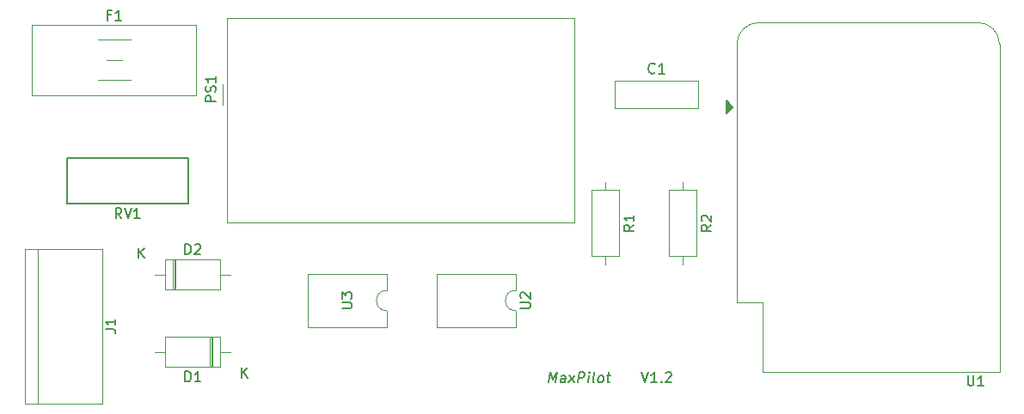
<source format=gbr>
%TF.GenerationSoftware,KiCad,Pcbnew,6.0.2+dfsg-1*%
%TF.CreationDate,2023-09-22T14:52:27+02:00*%
%TF.ProjectId,MaxPilot,4d617850-696c-46f7-942e-6b696361645f,rev?*%
%TF.SameCoordinates,Original*%
%TF.FileFunction,Legend,Top*%
%TF.FilePolarity,Positive*%
%FSLAX46Y46*%
G04 Gerber Fmt 4.6, Leading zero omitted, Abs format (unit mm)*
G04 Created by KiCad (PCBNEW 6.0.2+dfsg-1) date 2023-09-22 14:52:27*
%MOMM*%
%LPD*%
G01*
G04 APERTURE LIST*
%ADD10C,0.150000*%
%ADD11C,0.120000*%
G04 APERTURE END LIST*
D10*
X65556755Y-48712380D02*
X65681755Y-47712380D01*
X65925803Y-48426666D01*
X66348422Y-47712380D01*
X66223422Y-48712380D01*
X67128184Y-48712380D02*
X67193660Y-48188571D01*
X67157946Y-48093333D01*
X67068660Y-48045714D01*
X66878184Y-48045714D01*
X66776994Y-48093333D01*
X67134136Y-48664761D02*
X67032946Y-48712380D01*
X66794851Y-48712380D01*
X66705565Y-48664761D01*
X66669851Y-48569523D01*
X66681755Y-48474285D01*
X66741279Y-48379047D01*
X66842470Y-48331428D01*
X67080565Y-48331428D01*
X67181755Y-48283809D01*
X67509136Y-48712380D02*
X68116279Y-48045714D01*
X67592470Y-48045714D02*
X68032946Y-48712380D01*
X68413898Y-48712380D02*
X68538898Y-47712380D01*
X68919851Y-47712380D01*
X69009136Y-47760000D01*
X69050803Y-47807619D01*
X69086517Y-47902857D01*
X69068660Y-48045714D01*
X69009136Y-48140952D01*
X68955565Y-48188571D01*
X68854375Y-48236190D01*
X68473422Y-48236190D01*
X69413898Y-48712380D02*
X69497232Y-48045714D01*
X69538898Y-47712380D02*
X69485327Y-47760000D01*
X69526994Y-47807619D01*
X69580565Y-47760000D01*
X69538898Y-47712380D01*
X69526994Y-47807619D01*
X70032946Y-48712380D02*
X69943660Y-48664761D01*
X69907946Y-48569523D01*
X70015089Y-47712380D01*
X70556755Y-48712380D02*
X70467470Y-48664761D01*
X70425803Y-48617142D01*
X70390089Y-48521904D01*
X70425803Y-48236190D01*
X70485327Y-48140952D01*
X70538898Y-48093333D01*
X70640089Y-48045714D01*
X70782946Y-48045714D01*
X70872232Y-48093333D01*
X70913898Y-48140952D01*
X70949613Y-48236190D01*
X70913898Y-48521904D01*
X70854375Y-48617142D01*
X70800803Y-48664761D01*
X70699613Y-48712380D01*
X70556755Y-48712380D01*
X71259136Y-48045714D02*
X71640089Y-48045714D01*
X71443660Y-47712380D02*
X71336517Y-48569523D01*
X71372232Y-48664761D01*
X71461517Y-48712380D01*
X71556755Y-48712380D01*
X74676190Y-47712380D02*
X75009523Y-48712380D01*
X75342857Y-47712380D01*
X76200000Y-48712380D02*
X75628571Y-48712380D01*
X75914285Y-48712380D02*
X75914285Y-47712380D01*
X75819047Y-47855238D01*
X75723809Y-47950476D01*
X75628571Y-47998095D01*
X76628571Y-48617142D02*
X76676190Y-48664761D01*
X76628571Y-48712380D01*
X76580952Y-48664761D01*
X76628571Y-48617142D01*
X76628571Y-48712380D01*
X77057142Y-47807619D02*
X77104761Y-47760000D01*
X77200000Y-47712380D01*
X77438095Y-47712380D01*
X77533333Y-47760000D01*
X77580952Y-47807619D01*
X77628571Y-47902857D01*
X77628571Y-47998095D01*
X77580952Y-48140952D01*
X77009523Y-48712380D01*
X77628571Y-48712380D01*
%TO.C,R2*%
X81562380Y-33186666D02*
X81086190Y-33520000D01*
X81562380Y-33758095D02*
X80562380Y-33758095D01*
X80562380Y-33377142D01*
X80610000Y-33281904D01*
X80657619Y-33234285D01*
X80752857Y-33186666D01*
X80895714Y-33186666D01*
X80990952Y-33234285D01*
X81038571Y-33281904D01*
X81086190Y-33377142D01*
X81086190Y-33758095D01*
X80657619Y-32805714D02*
X80610000Y-32758095D01*
X80562380Y-32662857D01*
X80562380Y-32424761D01*
X80610000Y-32329523D01*
X80657619Y-32281904D01*
X80752857Y-32234285D01*
X80848095Y-32234285D01*
X80990952Y-32281904D01*
X81562380Y-32853333D01*
X81562380Y-32234285D01*
%TO.C,F1*%
X22406666Y-12498571D02*
X22073333Y-12498571D01*
X22073333Y-13022380D02*
X22073333Y-12022380D01*
X22549523Y-12022380D01*
X23454285Y-13022380D02*
X22882857Y-13022380D01*
X23168571Y-13022380D02*
X23168571Y-12022380D01*
X23073333Y-12165238D01*
X22978095Y-12260476D01*
X22882857Y-12308095D01*
%TO.C,U3*%
X45172380Y-41401904D02*
X45981904Y-41401904D01*
X46077142Y-41354285D01*
X46124761Y-41306666D01*
X46172380Y-41211428D01*
X46172380Y-41020952D01*
X46124761Y-40925714D01*
X46077142Y-40878095D01*
X45981904Y-40830476D01*
X45172380Y-40830476D01*
X45172380Y-40449523D02*
X45172380Y-39830476D01*
X45553333Y-40163809D01*
X45553333Y-40020952D01*
X45600952Y-39925714D01*
X45648571Y-39878095D01*
X45743809Y-39830476D01*
X45981904Y-39830476D01*
X46077142Y-39878095D01*
X46124761Y-39925714D01*
X46172380Y-40020952D01*
X46172380Y-40306666D01*
X46124761Y-40401904D01*
X46077142Y-40449523D01*
%TO.C,J1*%
X21882380Y-43483333D02*
X22596666Y-43483333D01*
X22739523Y-43530952D01*
X22834761Y-43626190D01*
X22882380Y-43769047D01*
X22882380Y-43864285D01*
X22882380Y-42483333D02*
X22882380Y-43054761D01*
X22882380Y-42769047D02*
X21882380Y-42769047D01*
X22025238Y-42864285D01*
X22120476Y-42959523D01*
X22168095Y-43054761D01*
%TO.C,R1*%
X73942380Y-33186666D02*
X73466190Y-33520000D01*
X73942380Y-33758095D02*
X72942380Y-33758095D01*
X72942380Y-33377142D01*
X72990000Y-33281904D01*
X73037619Y-33234285D01*
X73132857Y-33186666D01*
X73275714Y-33186666D01*
X73370952Y-33234285D01*
X73418571Y-33281904D01*
X73466190Y-33377142D01*
X73466190Y-33758095D01*
X73942380Y-32234285D02*
X73942380Y-32805714D01*
X73942380Y-32520000D02*
X72942380Y-32520000D01*
X73085238Y-32615238D01*
X73180476Y-32710476D01*
X73228095Y-32805714D01*
%TO.C,PS1*%
X32749880Y-21024285D02*
X31749880Y-21024285D01*
X31749880Y-20643333D01*
X31797500Y-20548095D01*
X31845119Y-20500476D01*
X31940357Y-20452857D01*
X32083214Y-20452857D01*
X32178452Y-20500476D01*
X32226071Y-20548095D01*
X32273690Y-20643333D01*
X32273690Y-21024285D01*
X32702261Y-20071904D02*
X32749880Y-19929047D01*
X32749880Y-19690952D01*
X32702261Y-19595714D01*
X32654642Y-19548095D01*
X32559404Y-19500476D01*
X32464166Y-19500476D01*
X32368928Y-19548095D01*
X32321309Y-19595714D01*
X32273690Y-19690952D01*
X32226071Y-19881428D01*
X32178452Y-19976666D01*
X32130833Y-20024285D01*
X32035595Y-20071904D01*
X31940357Y-20071904D01*
X31845119Y-20024285D01*
X31797500Y-19976666D01*
X31749880Y-19881428D01*
X31749880Y-19643333D01*
X31797500Y-19500476D01*
X32749880Y-18548095D02*
X32749880Y-19119523D01*
X32749880Y-18833809D02*
X31749880Y-18833809D01*
X31892738Y-18929047D01*
X31987976Y-19024285D01*
X32035595Y-19119523D01*
%TO.C,RV1*%
X23474761Y-32542380D02*
X23141428Y-32066190D01*
X22903333Y-32542380D02*
X22903333Y-31542380D01*
X23284285Y-31542380D01*
X23379523Y-31590000D01*
X23427142Y-31637619D01*
X23474761Y-31732857D01*
X23474761Y-31875714D01*
X23427142Y-31970952D01*
X23379523Y-32018571D01*
X23284285Y-32066190D01*
X22903333Y-32066190D01*
X23760476Y-31542380D02*
X24093809Y-32542380D01*
X24427142Y-31542380D01*
X25284285Y-32542380D02*
X24712857Y-32542380D01*
X24998571Y-32542380D02*
X24998571Y-31542380D01*
X24903333Y-31685238D01*
X24808095Y-31780476D01*
X24712857Y-31828095D01*
%TO.C,U2*%
X62727380Y-41411904D02*
X63536904Y-41411904D01*
X63632142Y-41364285D01*
X63679761Y-41316666D01*
X63727380Y-41221428D01*
X63727380Y-41030952D01*
X63679761Y-40935714D01*
X63632142Y-40888095D01*
X63536904Y-40840476D01*
X62727380Y-40840476D01*
X62822619Y-40411904D02*
X62775000Y-40364285D01*
X62727380Y-40269047D01*
X62727380Y-40030952D01*
X62775000Y-39935714D01*
X62822619Y-39888095D01*
X62917857Y-39840476D01*
X63013095Y-39840476D01*
X63155952Y-39888095D01*
X63727380Y-40459523D01*
X63727380Y-39840476D01*
%TO.C,U1*%
X106813095Y-48042380D02*
X106813095Y-48851904D01*
X106860714Y-48947142D01*
X106908333Y-48994761D01*
X107003571Y-49042380D01*
X107194047Y-49042380D01*
X107289285Y-48994761D01*
X107336904Y-48947142D01*
X107384523Y-48851904D01*
X107384523Y-48042380D01*
X108384523Y-49042380D02*
X107813095Y-49042380D01*
X108098809Y-49042380D02*
X108098809Y-48042380D01*
X108003571Y-48185238D01*
X107908333Y-48280476D01*
X107813095Y-48328095D01*
%TO.C,D1*%
X29741904Y-48642380D02*
X29741904Y-47642380D01*
X29980000Y-47642380D01*
X30122857Y-47690000D01*
X30218095Y-47785238D01*
X30265714Y-47880476D01*
X30313333Y-48070952D01*
X30313333Y-48213809D01*
X30265714Y-48404285D01*
X30218095Y-48499523D01*
X30122857Y-48594761D01*
X29980000Y-48642380D01*
X29741904Y-48642380D01*
X31265714Y-48642380D02*
X30694285Y-48642380D01*
X30980000Y-48642380D02*
X30980000Y-47642380D01*
X30884761Y-47785238D01*
X30789523Y-47880476D01*
X30694285Y-47928095D01*
X35298095Y-48272380D02*
X35298095Y-47272380D01*
X35869523Y-48272380D02*
X35440952Y-47700952D01*
X35869523Y-47272380D02*
X35298095Y-47843809D01*
%TO.C,D2*%
X29741904Y-36082380D02*
X29741904Y-35082380D01*
X29980000Y-35082380D01*
X30122857Y-35130000D01*
X30218095Y-35225238D01*
X30265714Y-35320476D01*
X30313333Y-35510952D01*
X30313333Y-35653809D01*
X30265714Y-35844285D01*
X30218095Y-35939523D01*
X30122857Y-36034761D01*
X29980000Y-36082380D01*
X29741904Y-36082380D01*
X30694285Y-35177619D02*
X30741904Y-35130000D01*
X30837142Y-35082380D01*
X31075238Y-35082380D01*
X31170476Y-35130000D01*
X31218095Y-35177619D01*
X31265714Y-35272857D01*
X31265714Y-35368095D01*
X31218095Y-35510952D01*
X30646666Y-36082380D01*
X31265714Y-36082380D01*
X25138095Y-36452380D02*
X25138095Y-35452380D01*
X25709523Y-36452380D02*
X25280952Y-35880952D01*
X25709523Y-35452380D02*
X25138095Y-36023809D01*
%TO.C,C1*%
X75993333Y-18177142D02*
X75945714Y-18224761D01*
X75802857Y-18272380D01*
X75707619Y-18272380D01*
X75564761Y-18224761D01*
X75469523Y-18129523D01*
X75421904Y-18034285D01*
X75374285Y-17843809D01*
X75374285Y-17700952D01*
X75421904Y-17510476D01*
X75469523Y-17415238D01*
X75564761Y-17320000D01*
X75707619Y-17272380D01*
X75802857Y-17272380D01*
X75945714Y-17320000D01*
X75993333Y-17367619D01*
X76945714Y-18272380D02*
X76374285Y-18272380D01*
X76660000Y-18272380D02*
X76660000Y-17272380D01*
X76564761Y-17415238D01*
X76469523Y-17510476D01*
X76374285Y-17558095D01*
D11*
%TO.C,R2*%
X77370000Y-29750000D02*
X77370000Y-36290000D01*
X80110000Y-29750000D02*
X77370000Y-29750000D01*
X80110000Y-36290000D02*
X80110000Y-29750000D01*
X78740000Y-28980000D02*
X78740000Y-29750000D01*
X78740000Y-37060000D02*
X78740000Y-36290000D01*
X77370000Y-36290000D02*
X80110000Y-36290000D01*
%TO.C,F1*%
X14640000Y-13470000D02*
X14640000Y-20410000D01*
X30840000Y-13470000D02*
X14640000Y-13470000D01*
X24340000Y-18940000D02*
X21140000Y-18940000D01*
X21140000Y-14940000D02*
X24340000Y-14940000D01*
X14640000Y-20410000D02*
X30840000Y-20410000D01*
X30840000Y-20410000D02*
X30840000Y-13470000D01*
X21990000Y-16940000D02*
X23490000Y-16940000D01*
%TO.C,U3*%
X49575000Y-39650000D02*
X49575000Y-38000000D01*
X41835000Y-43300000D02*
X49575000Y-43300000D01*
X49575000Y-43300000D02*
X49575000Y-41650000D01*
X49575000Y-38000000D02*
X41835000Y-38000000D01*
X41835000Y-38000000D02*
X41835000Y-43300000D01*
X49575000Y-39650000D02*
G75*
G03*
X49575000Y-41650000I0J-1000000D01*
G01*
%TO.C,J1*%
X13970000Y-50800000D02*
X21590000Y-50800000D01*
X21590000Y-35560000D02*
X21590000Y-50800000D01*
X13970000Y-35560000D02*
X13970000Y-50800000D01*
X15240000Y-35560000D02*
X15240000Y-50800000D01*
X13970000Y-35560000D02*
X21590000Y-35560000D01*
%TO.C,R1*%
X71120000Y-28980000D02*
X71120000Y-29750000D01*
X69750000Y-29750000D02*
X69750000Y-36290000D01*
X72490000Y-36290000D02*
X72490000Y-29750000D01*
X72490000Y-29750000D02*
X69750000Y-29750000D01*
X71120000Y-37060000D02*
X71120000Y-36290000D01*
X69750000Y-36290000D02*
X72490000Y-36290000D01*
%TO.C,PS1*%
X68037500Y-32960000D02*
X68037500Y-12760000D01*
X68037500Y-12760000D02*
X33837500Y-12760000D01*
X33447500Y-19360000D02*
X33447500Y-21370000D01*
X33837500Y-12760000D02*
X33837500Y-32960000D01*
X33837500Y-32960000D02*
X68037500Y-32960000D01*
D10*
%TO.C,RV1*%
X18070000Y-26590000D02*
X18070000Y-31090000D01*
X30070000Y-26590000D02*
X30070000Y-31090000D01*
X18070000Y-26590000D02*
X30070000Y-26590000D01*
X18070000Y-31090000D02*
X30070000Y-31090000D01*
D11*
%TO.C,U2*%
X54535000Y-38000000D02*
X54535000Y-43300000D01*
X62275000Y-38000000D02*
X54535000Y-38000000D01*
X62275000Y-39650000D02*
X62275000Y-38000000D01*
X62275000Y-43300000D02*
X62275000Y-41650000D01*
X54535000Y-43300000D02*
X62275000Y-43300000D01*
X62275000Y-39650000D02*
G75*
G03*
X62275000Y-41650000I0J-1000000D01*
G01*
%TO.C,U1*%
X84075000Y-40810000D02*
X84075000Y-15380000D01*
X86615000Y-40810000D02*
X86615000Y-47710000D01*
X86615000Y-47710000D02*
X109935000Y-47710000D01*
X107815000Y-13250000D02*
X86205000Y-13250000D01*
X109935000Y-47710000D02*
X109935000Y-15380000D01*
X84075000Y-40810000D02*
X86615000Y-40810000D01*
X86205000Y-13250000D02*
G75*
G03*
X84075000Y-15380000I2J-2130002D01*
G01*
X109935000Y-15380000D02*
G75*
G03*
X107805000Y-13250000I-2130002J-2D01*
G01*
D10*
X83035000Y-20955000D02*
X83035000Y-22225000D01*
X83035000Y-22225000D02*
X83670000Y-21590000D01*
X83670000Y-21590000D02*
X83035000Y-20955000D01*
G36*
X83670000Y-21590000D02*
G01*
X83035000Y-22225000D01*
X83035000Y-20955000D01*
X83670000Y-21590000D01*
G37*
X83670000Y-21590000D02*
X83035000Y-22225000D01*
X83035000Y-20955000D01*
X83670000Y-21590000D01*
D11*
%TO.C,D1*%
X26740000Y-45720000D02*
X27760000Y-45720000D01*
X33200000Y-47190000D02*
X33200000Y-44250000D01*
X32180000Y-47190000D02*
X32180000Y-44250000D01*
X27760000Y-47190000D02*
X33200000Y-47190000D01*
X32300000Y-47190000D02*
X32300000Y-44250000D01*
X27760000Y-44250000D02*
X27760000Y-47190000D01*
X32420000Y-47190000D02*
X32420000Y-44250000D01*
X33200000Y-44250000D02*
X27760000Y-44250000D01*
X34220000Y-45720000D02*
X33200000Y-45720000D01*
%TO.C,D2*%
X26740000Y-38100000D02*
X27760000Y-38100000D01*
X28660000Y-36630000D02*
X28660000Y-39570000D01*
X28540000Y-36630000D02*
X28540000Y-39570000D01*
X33200000Y-36630000D02*
X27760000Y-36630000D01*
X33200000Y-39570000D02*
X33200000Y-36630000D01*
X27760000Y-36630000D02*
X27760000Y-39570000D01*
X34220000Y-38100000D02*
X33200000Y-38100000D01*
X28780000Y-36630000D02*
X28780000Y-39570000D01*
X27760000Y-39570000D02*
X33200000Y-39570000D01*
%TO.C,C1*%
X72040000Y-18950000D02*
X80280000Y-18950000D01*
X72040000Y-21690000D02*
X80280000Y-21690000D01*
X72040000Y-18950000D02*
X72040000Y-21690000D01*
X80280000Y-18950000D02*
X80280000Y-21690000D01*
%TD*%
M02*

</source>
